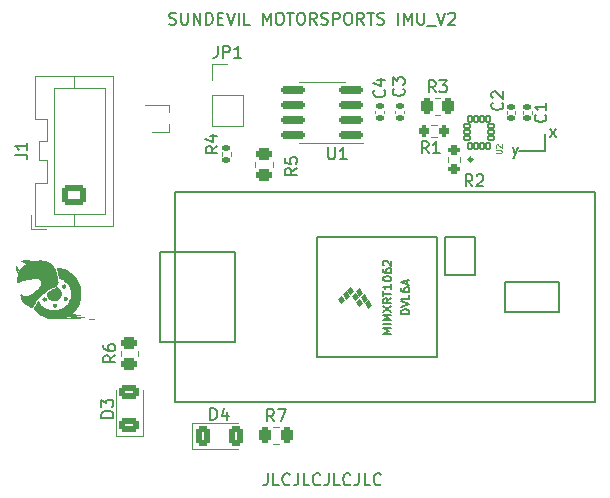
<source format=gbr>
%TF.GenerationSoftware,KiCad,Pcbnew,7.0.7*%
%TF.CreationDate,2023-11-26T17:57:00-07:00*%
%TF.ProjectId,IMUBox,494d5542-6f78-42e6-9b69-6361645f7063,v2*%
%TF.SameCoordinates,Original*%
%TF.FileFunction,Legend,Top*%
%TF.FilePolarity,Positive*%
%FSLAX46Y46*%
G04 Gerber Fmt 4.6, Leading zero omitted, Abs format (unit mm)*
G04 Created by KiCad (PCBNEW 7.0.7) date 2023-11-26 17:57:00*
%MOMM*%
%LPD*%
G01*
G04 APERTURE LIST*
G04 Aperture macros list*
%AMRoundRect*
0 Rectangle with rounded corners*
0 $1 Rounding radius*
0 $2 $3 $4 $5 $6 $7 $8 $9 X,Y pos of 4 corners*
0 Add a 4 corners polygon primitive as box body*
4,1,4,$2,$3,$4,$5,$6,$7,$8,$9,$2,$3,0*
0 Add four circle primitives for the rounded corners*
1,1,$1+$1,$2,$3*
1,1,$1+$1,$4,$5*
1,1,$1+$1,$6,$7*
1,1,$1+$1,$8,$9*
0 Add four rect primitives between the rounded corners*
20,1,$1+$1,$2,$3,$4,$5,0*
20,1,$1+$1,$4,$5,$6,$7,0*
20,1,$1+$1,$6,$7,$8,$9,0*
20,1,$1+$1,$8,$9,$2,$3,0*%
G04 Aperture macros list end*
%ADD10C,0.150000*%
%ADD11C,0.120000*%
%ADD12C,0.280494*%
%ADD13C,0.100000*%
%ADD14RoundRect,0.150000X0.825000X0.150000X-0.825000X0.150000X-0.825000X-0.150000X0.825000X-0.150000X0*%
%ADD15RoundRect,0.140000X-0.170000X0.140000X-0.170000X-0.140000X0.170000X-0.140000X0.170000X0.140000X0*%
%ADD16R,1.700000X1.700000*%
%ADD17O,1.700000X1.700000*%
%ADD18RoundRect,0.200000X0.200000X0.275000X-0.200000X0.275000X-0.200000X-0.275000X0.200000X-0.275000X0*%
%ADD19RoundRect,0.250000X-0.450000X0.262500X-0.450000X-0.262500X0.450000X-0.262500X0.450000X0.262500X0*%
%ADD20RoundRect,0.200000X-0.275000X0.200000X-0.275000X-0.200000X0.275000X-0.200000X0.275000X0.200000X0*%
%ADD21RoundRect,0.140000X0.170000X-0.140000X0.170000X0.140000X-0.170000X0.140000X-0.170000X-0.140000X0*%
%ADD22RoundRect,0.250000X0.450000X-0.262500X0.450000X0.262500X-0.450000X0.262500X-0.450000X-0.262500X0*%
%ADD23RoundRect,0.250000X-0.375000X-0.625000X0.375000X-0.625000X0.375000X0.625000X-0.375000X0.625000X0*%
%ADD24RoundRect,0.250000X0.725000X-0.600000X0.725000X0.600000X-0.725000X0.600000X-0.725000X-0.600000X0*%
%ADD25O,1.950000X1.700000*%
%ADD26RoundRect,0.102000X0.150000X-0.240000X0.150000X0.240000X-0.150000X0.240000X-0.150000X-0.240000X0*%
%ADD27RoundRect,0.102000X0.240000X-0.150000X0.240000X0.150000X-0.240000X0.150000X-0.240000X-0.150000X0*%
%ADD28RoundRect,0.102000X-0.150000X0.240000X-0.150000X-0.240000X0.150000X-0.240000X0.150000X0.240000X0*%
%ADD29RoundRect,0.102000X-0.240000X0.150000X-0.240000X-0.150000X0.240000X-0.150000X0.240000X0.150000X0*%
%ADD30RoundRect,0.250000X-0.262500X-0.450000X0.262500X-0.450000X0.262500X0.450000X-0.262500X0.450000X0*%
%ADD31C,1.600000*%
%ADD32C,3.200000*%
%ADD33R,0.700000X0.450000*%
%ADD34RoundRect,0.250000X0.625000X-0.375000X0.625000X0.375000X-0.625000X0.375000X-0.625000X-0.375000X0*%
%ADD35RoundRect,0.135000X0.185000X-0.135000X0.185000X0.135000X-0.185000X0.135000X-0.185000X-0.135000X0*%
G04 APERTURE END LIST*
D10*
X157100000Y-48600000D02*
X154900000Y-48600000D01*
X157100000Y-48600000D02*
X157100000Y-47100000D01*
X157541541Y-47369819D02*
X158065350Y-46703152D01*
X157541541Y-46703152D02*
X158065350Y-47369819D01*
X154341541Y-48203152D02*
X154579636Y-48869819D01*
X154817731Y-48203152D02*
X154579636Y-48869819D01*
X154579636Y-48869819D02*
X154484398Y-49107914D01*
X154484398Y-49107914D02*
X154436779Y-49155533D01*
X154436779Y-49155533D02*
X154341541Y-49203152D01*
X133622493Y-75869819D02*
X133622493Y-76584104D01*
X133622493Y-76584104D02*
X133574874Y-76726961D01*
X133574874Y-76726961D02*
X133479636Y-76822200D01*
X133479636Y-76822200D02*
X133336779Y-76869819D01*
X133336779Y-76869819D02*
X133241541Y-76869819D01*
X134574874Y-76869819D02*
X134098684Y-76869819D01*
X134098684Y-76869819D02*
X134098684Y-75869819D01*
X135479636Y-76774580D02*
X135432017Y-76822200D01*
X135432017Y-76822200D02*
X135289160Y-76869819D01*
X135289160Y-76869819D02*
X135193922Y-76869819D01*
X135193922Y-76869819D02*
X135051065Y-76822200D01*
X135051065Y-76822200D02*
X134955827Y-76726961D01*
X134955827Y-76726961D02*
X134908208Y-76631723D01*
X134908208Y-76631723D02*
X134860589Y-76441247D01*
X134860589Y-76441247D02*
X134860589Y-76298390D01*
X134860589Y-76298390D02*
X134908208Y-76107914D01*
X134908208Y-76107914D02*
X134955827Y-76012676D01*
X134955827Y-76012676D02*
X135051065Y-75917438D01*
X135051065Y-75917438D02*
X135193922Y-75869819D01*
X135193922Y-75869819D02*
X135289160Y-75869819D01*
X135289160Y-75869819D02*
X135432017Y-75917438D01*
X135432017Y-75917438D02*
X135479636Y-75965057D01*
X136193922Y-75869819D02*
X136193922Y-76584104D01*
X136193922Y-76584104D02*
X136146303Y-76726961D01*
X136146303Y-76726961D02*
X136051065Y-76822200D01*
X136051065Y-76822200D02*
X135908208Y-76869819D01*
X135908208Y-76869819D02*
X135812970Y-76869819D01*
X137146303Y-76869819D02*
X136670113Y-76869819D01*
X136670113Y-76869819D02*
X136670113Y-75869819D01*
X138051065Y-76774580D02*
X138003446Y-76822200D01*
X138003446Y-76822200D02*
X137860589Y-76869819D01*
X137860589Y-76869819D02*
X137765351Y-76869819D01*
X137765351Y-76869819D02*
X137622494Y-76822200D01*
X137622494Y-76822200D02*
X137527256Y-76726961D01*
X137527256Y-76726961D02*
X137479637Y-76631723D01*
X137479637Y-76631723D02*
X137432018Y-76441247D01*
X137432018Y-76441247D02*
X137432018Y-76298390D01*
X137432018Y-76298390D02*
X137479637Y-76107914D01*
X137479637Y-76107914D02*
X137527256Y-76012676D01*
X137527256Y-76012676D02*
X137622494Y-75917438D01*
X137622494Y-75917438D02*
X137765351Y-75869819D01*
X137765351Y-75869819D02*
X137860589Y-75869819D01*
X137860589Y-75869819D02*
X138003446Y-75917438D01*
X138003446Y-75917438D02*
X138051065Y-75965057D01*
X138765351Y-75869819D02*
X138765351Y-76584104D01*
X138765351Y-76584104D02*
X138717732Y-76726961D01*
X138717732Y-76726961D02*
X138622494Y-76822200D01*
X138622494Y-76822200D02*
X138479637Y-76869819D01*
X138479637Y-76869819D02*
X138384399Y-76869819D01*
X139717732Y-76869819D02*
X139241542Y-76869819D01*
X139241542Y-76869819D02*
X139241542Y-75869819D01*
X140622494Y-76774580D02*
X140574875Y-76822200D01*
X140574875Y-76822200D02*
X140432018Y-76869819D01*
X140432018Y-76869819D02*
X140336780Y-76869819D01*
X140336780Y-76869819D02*
X140193923Y-76822200D01*
X140193923Y-76822200D02*
X140098685Y-76726961D01*
X140098685Y-76726961D02*
X140051066Y-76631723D01*
X140051066Y-76631723D02*
X140003447Y-76441247D01*
X140003447Y-76441247D02*
X140003447Y-76298390D01*
X140003447Y-76298390D02*
X140051066Y-76107914D01*
X140051066Y-76107914D02*
X140098685Y-76012676D01*
X140098685Y-76012676D02*
X140193923Y-75917438D01*
X140193923Y-75917438D02*
X140336780Y-75869819D01*
X140336780Y-75869819D02*
X140432018Y-75869819D01*
X140432018Y-75869819D02*
X140574875Y-75917438D01*
X140574875Y-75917438D02*
X140622494Y-75965057D01*
X141336780Y-75869819D02*
X141336780Y-76584104D01*
X141336780Y-76584104D02*
X141289161Y-76726961D01*
X141289161Y-76726961D02*
X141193923Y-76822200D01*
X141193923Y-76822200D02*
X141051066Y-76869819D01*
X141051066Y-76869819D02*
X140955828Y-76869819D01*
X142289161Y-76869819D02*
X141812971Y-76869819D01*
X141812971Y-76869819D02*
X141812971Y-75869819D01*
X143193923Y-76774580D02*
X143146304Y-76822200D01*
X143146304Y-76822200D02*
X143003447Y-76869819D01*
X143003447Y-76869819D02*
X142908209Y-76869819D01*
X142908209Y-76869819D02*
X142765352Y-76822200D01*
X142765352Y-76822200D02*
X142670114Y-76726961D01*
X142670114Y-76726961D02*
X142622495Y-76631723D01*
X142622495Y-76631723D02*
X142574876Y-76441247D01*
X142574876Y-76441247D02*
X142574876Y-76298390D01*
X142574876Y-76298390D02*
X142622495Y-76107914D01*
X142622495Y-76107914D02*
X142670114Y-76012676D01*
X142670114Y-76012676D02*
X142765352Y-75917438D01*
X142765352Y-75917438D02*
X142908209Y-75869819D01*
X142908209Y-75869819D02*
X143003447Y-75869819D01*
X143003447Y-75869819D02*
X143146304Y-75917438D01*
X143146304Y-75917438D02*
X143193923Y-75965057D01*
X125289160Y-37822200D02*
X125432017Y-37869819D01*
X125432017Y-37869819D02*
X125670112Y-37869819D01*
X125670112Y-37869819D02*
X125765350Y-37822200D01*
X125765350Y-37822200D02*
X125812969Y-37774580D01*
X125812969Y-37774580D02*
X125860588Y-37679342D01*
X125860588Y-37679342D02*
X125860588Y-37584104D01*
X125860588Y-37584104D02*
X125812969Y-37488866D01*
X125812969Y-37488866D02*
X125765350Y-37441247D01*
X125765350Y-37441247D02*
X125670112Y-37393628D01*
X125670112Y-37393628D02*
X125479636Y-37346009D01*
X125479636Y-37346009D02*
X125384398Y-37298390D01*
X125384398Y-37298390D02*
X125336779Y-37250771D01*
X125336779Y-37250771D02*
X125289160Y-37155533D01*
X125289160Y-37155533D02*
X125289160Y-37060295D01*
X125289160Y-37060295D02*
X125336779Y-36965057D01*
X125336779Y-36965057D02*
X125384398Y-36917438D01*
X125384398Y-36917438D02*
X125479636Y-36869819D01*
X125479636Y-36869819D02*
X125717731Y-36869819D01*
X125717731Y-36869819D02*
X125860588Y-36917438D01*
X126289160Y-36869819D02*
X126289160Y-37679342D01*
X126289160Y-37679342D02*
X126336779Y-37774580D01*
X126336779Y-37774580D02*
X126384398Y-37822200D01*
X126384398Y-37822200D02*
X126479636Y-37869819D01*
X126479636Y-37869819D02*
X126670112Y-37869819D01*
X126670112Y-37869819D02*
X126765350Y-37822200D01*
X126765350Y-37822200D02*
X126812969Y-37774580D01*
X126812969Y-37774580D02*
X126860588Y-37679342D01*
X126860588Y-37679342D02*
X126860588Y-36869819D01*
X127336779Y-37869819D02*
X127336779Y-36869819D01*
X127336779Y-36869819D02*
X127908207Y-37869819D01*
X127908207Y-37869819D02*
X127908207Y-36869819D01*
X128384398Y-37869819D02*
X128384398Y-36869819D01*
X128384398Y-36869819D02*
X128622493Y-36869819D01*
X128622493Y-36869819D02*
X128765350Y-36917438D01*
X128765350Y-36917438D02*
X128860588Y-37012676D01*
X128860588Y-37012676D02*
X128908207Y-37107914D01*
X128908207Y-37107914D02*
X128955826Y-37298390D01*
X128955826Y-37298390D02*
X128955826Y-37441247D01*
X128955826Y-37441247D02*
X128908207Y-37631723D01*
X128908207Y-37631723D02*
X128860588Y-37726961D01*
X128860588Y-37726961D02*
X128765350Y-37822200D01*
X128765350Y-37822200D02*
X128622493Y-37869819D01*
X128622493Y-37869819D02*
X128384398Y-37869819D01*
X129384398Y-37346009D02*
X129717731Y-37346009D01*
X129860588Y-37869819D02*
X129384398Y-37869819D01*
X129384398Y-37869819D02*
X129384398Y-36869819D01*
X129384398Y-36869819D02*
X129860588Y-36869819D01*
X130146303Y-36869819D02*
X130479636Y-37869819D01*
X130479636Y-37869819D02*
X130812969Y-36869819D01*
X131146303Y-37869819D02*
X131146303Y-36869819D01*
X132098683Y-37869819D02*
X131622493Y-37869819D01*
X131622493Y-37869819D02*
X131622493Y-36869819D01*
X133193922Y-37869819D02*
X133193922Y-36869819D01*
X133193922Y-36869819D02*
X133527255Y-37584104D01*
X133527255Y-37584104D02*
X133860588Y-36869819D01*
X133860588Y-36869819D02*
X133860588Y-37869819D01*
X134527255Y-36869819D02*
X134717731Y-36869819D01*
X134717731Y-36869819D02*
X134812969Y-36917438D01*
X134812969Y-36917438D02*
X134908207Y-37012676D01*
X134908207Y-37012676D02*
X134955826Y-37203152D01*
X134955826Y-37203152D02*
X134955826Y-37536485D01*
X134955826Y-37536485D02*
X134908207Y-37726961D01*
X134908207Y-37726961D02*
X134812969Y-37822200D01*
X134812969Y-37822200D02*
X134717731Y-37869819D01*
X134717731Y-37869819D02*
X134527255Y-37869819D01*
X134527255Y-37869819D02*
X134432017Y-37822200D01*
X134432017Y-37822200D02*
X134336779Y-37726961D01*
X134336779Y-37726961D02*
X134289160Y-37536485D01*
X134289160Y-37536485D02*
X134289160Y-37203152D01*
X134289160Y-37203152D02*
X134336779Y-37012676D01*
X134336779Y-37012676D02*
X134432017Y-36917438D01*
X134432017Y-36917438D02*
X134527255Y-36869819D01*
X135241541Y-36869819D02*
X135812969Y-36869819D01*
X135527255Y-37869819D02*
X135527255Y-36869819D01*
X136336779Y-36869819D02*
X136527255Y-36869819D01*
X136527255Y-36869819D02*
X136622493Y-36917438D01*
X136622493Y-36917438D02*
X136717731Y-37012676D01*
X136717731Y-37012676D02*
X136765350Y-37203152D01*
X136765350Y-37203152D02*
X136765350Y-37536485D01*
X136765350Y-37536485D02*
X136717731Y-37726961D01*
X136717731Y-37726961D02*
X136622493Y-37822200D01*
X136622493Y-37822200D02*
X136527255Y-37869819D01*
X136527255Y-37869819D02*
X136336779Y-37869819D01*
X136336779Y-37869819D02*
X136241541Y-37822200D01*
X136241541Y-37822200D02*
X136146303Y-37726961D01*
X136146303Y-37726961D02*
X136098684Y-37536485D01*
X136098684Y-37536485D02*
X136098684Y-37203152D01*
X136098684Y-37203152D02*
X136146303Y-37012676D01*
X136146303Y-37012676D02*
X136241541Y-36917438D01*
X136241541Y-36917438D02*
X136336779Y-36869819D01*
X137765350Y-37869819D02*
X137432017Y-37393628D01*
X137193922Y-37869819D02*
X137193922Y-36869819D01*
X137193922Y-36869819D02*
X137574874Y-36869819D01*
X137574874Y-36869819D02*
X137670112Y-36917438D01*
X137670112Y-36917438D02*
X137717731Y-36965057D01*
X137717731Y-36965057D02*
X137765350Y-37060295D01*
X137765350Y-37060295D02*
X137765350Y-37203152D01*
X137765350Y-37203152D02*
X137717731Y-37298390D01*
X137717731Y-37298390D02*
X137670112Y-37346009D01*
X137670112Y-37346009D02*
X137574874Y-37393628D01*
X137574874Y-37393628D02*
X137193922Y-37393628D01*
X138146303Y-37822200D02*
X138289160Y-37869819D01*
X138289160Y-37869819D02*
X138527255Y-37869819D01*
X138527255Y-37869819D02*
X138622493Y-37822200D01*
X138622493Y-37822200D02*
X138670112Y-37774580D01*
X138670112Y-37774580D02*
X138717731Y-37679342D01*
X138717731Y-37679342D02*
X138717731Y-37584104D01*
X138717731Y-37584104D02*
X138670112Y-37488866D01*
X138670112Y-37488866D02*
X138622493Y-37441247D01*
X138622493Y-37441247D02*
X138527255Y-37393628D01*
X138527255Y-37393628D02*
X138336779Y-37346009D01*
X138336779Y-37346009D02*
X138241541Y-37298390D01*
X138241541Y-37298390D02*
X138193922Y-37250771D01*
X138193922Y-37250771D02*
X138146303Y-37155533D01*
X138146303Y-37155533D02*
X138146303Y-37060295D01*
X138146303Y-37060295D02*
X138193922Y-36965057D01*
X138193922Y-36965057D02*
X138241541Y-36917438D01*
X138241541Y-36917438D02*
X138336779Y-36869819D01*
X138336779Y-36869819D02*
X138574874Y-36869819D01*
X138574874Y-36869819D02*
X138717731Y-36917438D01*
X139146303Y-37869819D02*
X139146303Y-36869819D01*
X139146303Y-36869819D02*
X139527255Y-36869819D01*
X139527255Y-36869819D02*
X139622493Y-36917438D01*
X139622493Y-36917438D02*
X139670112Y-36965057D01*
X139670112Y-36965057D02*
X139717731Y-37060295D01*
X139717731Y-37060295D02*
X139717731Y-37203152D01*
X139717731Y-37203152D02*
X139670112Y-37298390D01*
X139670112Y-37298390D02*
X139622493Y-37346009D01*
X139622493Y-37346009D02*
X139527255Y-37393628D01*
X139527255Y-37393628D02*
X139146303Y-37393628D01*
X140336779Y-36869819D02*
X140527255Y-36869819D01*
X140527255Y-36869819D02*
X140622493Y-36917438D01*
X140622493Y-36917438D02*
X140717731Y-37012676D01*
X140717731Y-37012676D02*
X140765350Y-37203152D01*
X140765350Y-37203152D02*
X140765350Y-37536485D01*
X140765350Y-37536485D02*
X140717731Y-37726961D01*
X140717731Y-37726961D02*
X140622493Y-37822200D01*
X140622493Y-37822200D02*
X140527255Y-37869819D01*
X140527255Y-37869819D02*
X140336779Y-37869819D01*
X140336779Y-37869819D02*
X140241541Y-37822200D01*
X140241541Y-37822200D02*
X140146303Y-37726961D01*
X140146303Y-37726961D02*
X140098684Y-37536485D01*
X140098684Y-37536485D02*
X140098684Y-37203152D01*
X140098684Y-37203152D02*
X140146303Y-37012676D01*
X140146303Y-37012676D02*
X140241541Y-36917438D01*
X140241541Y-36917438D02*
X140336779Y-36869819D01*
X141765350Y-37869819D02*
X141432017Y-37393628D01*
X141193922Y-37869819D02*
X141193922Y-36869819D01*
X141193922Y-36869819D02*
X141574874Y-36869819D01*
X141574874Y-36869819D02*
X141670112Y-36917438D01*
X141670112Y-36917438D02*
X141717731Y-36965057D01*
X141717731Y-36965057D02*
X141765350Y-37060295D01*
X141765350Y-37060295D02*
X141765350Y-37203152D01*
X141765350Y-37203152D02*
X141717731Y-37298390D01*
X141717731Y-37298390D02*
X141670112Y-37346009D01*
X141670112Y-37346009D02*
X141574874Y-37393628D01*
X141574874Y-37393628D02*
X141193922Y-37393628D01*
X142051065Y-36869819D02*
X142622493Y-36869819D01*
X142336779Y-37869819D02*
X142336779Y-36869819D01*
X142908208Y-37822200D02*
X143051065Y-37869819D01*
X143051065Y-37869819D02*
X143289160Y-37869819D01*
X143289160Y-37869819D02*
X143384398Y-37822200D01*
X143384398Y-37822200D02*
X143432017Y-37774580D01*
X143432017Y-37774580D02*
X143479636Y-37679342D01*
X143479636Y-37679342D02*
X143479636Y-37584104D01*
X143479636Y-37584104D02*
X143432017Y-37488866D01*
X143432017Y-37488866D02*
X143384398Y-37441247D01*
X143384398Y-37441247D02*
X143289160Y-37393628D01*
X143289160Y-37393628D02*
X143098684Y-37346009D01*
X143098684Y-37346009D02*
X143003446Y-37298390D01*
X143003446Y-37298390D02*
X142955827Y-37250771D01*
X142955827Y-37250771D02*
X142908208Y-37155533D01*
X142908208Y-37155533D02*
X142908208Y-37060295D01*
X142908208Y-37060295D02*
X142955827Y-36965057D01*
X142955827Y-36965057D02*
X143003446Y-36917438D01*
X143003446Y-36917438D02*
X143098684Y-36869819D01*
X143098684Y-36869819D02*
X143336779Y-36869819D01*
X143336779Y-36869819D02*
X143479636Y-36917438D01*
X144670113Y-37869819D02*
X144670113Y-36869819D01*
X145146303Y-37869819D02*
X145146303Y-36869819D01*
X145146303Y-36869819D02*
X145479636Y-37584104D01*
X145479636Y-37584104D02*
X145812969Y-36869819D01*
X145812969Y-36869819D02*
X145812969Y-37869819D01*
X146289160Y-36869819D02*
X146289160Y-37679342D01*
X146289160Y-37679342D02*
X146336779Y-37774580D01*
X146336779Y-37774580D02*
X146384398Y-37822200D01*
X146384398Y-37822200D02*
X146479636Y-37869819D01*
X146479636Y-37869819D02*
X146670112Y-37869819D01*
X146670112Y-37869819D02*
X146765350Y-37822200D01*
X146765350Y-37822200D02*
X146812969Y-37774580D01*
X146812969Y-37774580D02*
X146860588Y-37679342D01*
X146860588Y-37679342D02*
X146860588Y-36869819D01*
X147098684Y-37965057D02*
X147860588Y-37965057D01*
X147955827Y-36869819D02*
X148289160Y-37869819D01*
X148289160Y-37869819D02*
X148622493Y-36869819D01*
X148908208Y-36965057D02*
X148955827Y-36917438D01*
X148955827Y-36917438D02*
X149051065Y-36869819D01*
X149051065Y-36869819D02*
X149289160Y-36869819D01*
X149289160Y-36869819D02*
X149384398Y-36917438D01*
X149384398Y-36917438D02*
X149432017Y-36965057D01*
X149432017Y-36965057D02*
X149479636Y-37060295D01*
X149479636Y-37060295D02*
X149479636Y-37155533D01*
X149479636Y-37155533D02*
X149432017Y-37298390D01*
X149432017Y-37298390D02*
X148860589Y-37869819D01*
X148860589Y-37869819D02*
X149479636Y-37869819D01*
X138738095Y-48254819D02*
X138738095Y-49064342D01*
X138738095Y-49064342D02*
X138785714Y-49159580D01*
X138785714Y-49159580D02*
X138833333Y-49207200D01*
X138833333Y-49207200D02*
X138928571Y-49254819D01*
X138928571Y-49254819D02*
X139119047Y-49254819D01*
X139119047Y-49254819D02*
X139214285Y-49207200D01*
X139214285Y-49207200D02*
X139261904Y-49159580D01*
X139261904Y-49159580D02*
X139309523Y-49064342D01*
X139309523Y-49064342D02*
X139309523Y-48254819D01*
X140309523Y-49254819D02*
X139738095Y-49254819D01*
X140023809Y-49254819D02*
X140023809Y-48254819D01*
X140023809Y-48254819D02*
X139928571Y-48397676D01*
X139928571Y-48397676D02*
X139833333Y-48492914D01*
X139833333Y-48492914D02*
X139738095Y-48540533D01*
X157113330Y-45480416D02*
X157160950Y-45528035D01*
X157160950Y-45528035D02*
X157208569Y-45670892D01*
X157208569Y-45670892D02*
X157208569Y-45766130D01*
X157208569Y-45766130D02*
X157160950Y-45908987D01*
X157160950Y-45908987D02*
X157065711Y-46004225D01*
X157065711Y-46004225D02*
X156970473Y-46051844D01*
X156970473Y-46051844D02*
X156779997Y-46099463D01*
X156779997Y-46099463D02*
X156637140Y-46099463D01*
X156637140Y-46099463D02*
X156446664Y-46051844D01*
X156446664Y-46051844D02*
X156351426Y-46004225D01*
X156351426Y-46004225D02*
X156256188Y-45908987D01*
X156256188Y-45908987D02*
X156208569Y-45766130D01*
X156208569Y-45766130D02*
X156208569Y-45670892D01*
X156208569Y-45670892D02*
X156256188Y-45528035D01*
X156256188Y-45528035D02*
X156303807Y-45480416D01*
X157208569Y-44528035D02*
X157208569Y-45099463D01*
X157208569Y-44813749D02*
X156208569Y-44813749D01*
X156208569Y-44813749D02*
X156351426Y-44908987D01*
X156351426Y-44908987D02*
X156446664Y-45004225D01*
X156446664Y-45004225D02*
X156494283Y-45099463D01*
X129366666Y-39684819D02*
X129366666Y-40399104D01*
X129366666Y-40399104D02*
X129319047Y-40541961D01*
X129319047Y-40541961D02*
X129223809Y-40637200D01*
X129223809Y-40637200D02*
X129080952Y-40684819D01*
X129080952Y-40684819D02*
X128985714Y-40684819D01*
X129842857Y-40684819D02*
X129842857Y-39684819D01*
X129842857Y-39684819D02*
X130223809Y-39684819D01*
X130223809Y-39684819D02*
X130319047Y-39732438D01*
X130319047Y-39732438D02*
X130366666Y-39780057D01*
X130366666Y-39780057D02*
X130414285Y-39875295D01*
X130414285Y-39875295D02*
X130414285Y-40018152D01*
X130414285Y-40018152D02*
X130366666Y-40113390D01*
X130366666Y-40113390D02*
X130319047Y-40161009D01*
X130319047Y-40161009D02*
X130223809Y-40208628D01*
X130223809Y-40208628D02*
X129842857Y-40208628D01*
X131366666Y-40684819D02*
X130795238Y-40684819D01*
X131080952Y-40684819D02*
X131080952Y-39684819D01*
X131080952Y-39684819D02*
X130985714Y-39827676D01*
X130985714Y-39827676D02*
X130890476Y-39922914D01*
X130890476Y-39922914D02*
X130795238Y-39970533D01*
X147233333Y-48754819D02*
X146900000Y-48278628D01*
X146661905Y-48754819D02*
X146661905Y-47754819D01*
X146661905Y-47754819D02*
X147042857Y-47754819D01*
X147042857Y-47754819D02*
X147138095Y-47802438D01*
X147138095Y-47802438D02*
X147185714Y-47850057D01*
X147185714Y-47850057D02*
X147233333Y-47945295D01*
X147233333Y-47945295D02*
X147233333Y-48088152D01*
X147233333Y-48088152D02*
X147185714Y-48183390D01*
X147185714Y-48183390D02*
X147138095Y-48231009D01*
X147138095Y-48231009D02*
X147042857Y-48278628D01*
X147042857Y-48278628D02*
X146661905Y-48278628D01*
X148185714Y-48754819D02*
X147614286Y-48754819D01*
X147900000Y-48754819D02*
X147900000Y-47754819D01*
X147900000Y-47754819D02*
X147804762Y-47897676D01*
X147804762Y-47897676D02*
X147709524Y-47992914D01*
X147709524Y-47992914D02*
X147614286Y-48040533D01*
X136084819Y-50026666D02*
X135608628Y-50359999D01*
X136084819Y-50598094D02*
X135084819Y-50598094D01*
X135084819Y-50598094D02*
X135084819Y-50217142D01*
X135084819Y-50217142D02*
X135132438Y-50121904D01*
X135132438Y-50121904D02*
X135180057Y-50074285D01*
X135180057Y-50074285D02*
X135275295Y-50026666D01*
X135275295Y-50026666D02*
X135418152Y-50026666D01*
X135418152Y-50026666D02*
X135513390Y-50074285D01*
X135513390Y-50074285D02*
X135561009Y-50121904D01*
X135561009Y-50121904D02*
X135608628Y-50217142D01*
X135608628Y-50217142D02*
X135608628Y-50598094D01*
X135084819Y-49121904D02*
X135084819Y-49598094D01*
X135084819Y-49598094D02*
X135561009Y-49645713D01*
X135561009Y-49645713D02*
X135513390Y-49598094D01*
X135513390Y-49598094D02*
X135465771Y-49502856D01*
X135465771Y-49502856D02*
X135465771Y-49264761D01*
X135465771Y-49264761D02*
X135513390Y-49169523D01*
X135513390Y-49169523D02*
X135561009Y-49121904D01*
X135561009Y-49121904D02*
X135656247Y-49074285D01*
X135656247Y-49074285D02*
X135894342Y-49074285D01*
X135894342Y-49074285D02*
X135989580Y-49121904D01*
X135989580Y-49121904D02*
X136037200Y-49169523D01*
X136037200Y-49169523D02*
X136084819Y-49264761D01*
X136084819Y-49264761D02*
X136084819Y-49502856D01*
X136084819Y-49502856D02*
X136037200Y-49598094D01*
X136037200Y-49598094D02*
X135989580Y-49645713D01*
X143473330Y-43410416D02*
X143520950Y-43458035D01*
X143520950Y-43458035D02*
X143568569Y-43600892D01*
X143568569Y-43600892D02*
X143568569Y-43696130D01*
X143568569Y-43696130D02*
X143520950Y-43838987D01*
X143520950Y-43838987D02*
X143425711Y-43934225D01*
X143425711Y-43934225D02*
X143330473Y-43981844D01*
X143330473Y-43981844D02*
X143139997Y-44029463D01*
X143139997Y-44029463D02*
X142997140Y-44029463D01*
X142997140Y-44029463D02*
X142806664Y-43981844D01*
X142806664Y-43981844D02*
X142711426Y-43934225D01*
X142711426Y-43934225D02*
X142616188Y-43838987D01*
X142616188Y-43838987D02*
X142568569Y-43696130D01*
X142568569Y-43696130D02*
X142568569Y-43600892D01*
X142568569Y-43600892D02*
X142616188Y-43458035D01*
X142616188Y-43458035D02*
X142663807Y-43410416D01*
X142901902Y-42553273D02*
X143568569Y-42553273D01*
X142520950Y-42791368D02*
X143235235Y-43029463D01*
X143235235Y-43029463D02*
X143235235Y-42410416D01*
X150933333Y-51554819D02*
X150600000Y-51078628D01*
X150361905Y-51554819D02*
X150361905Y-50554819D01*
X150361905Y-50554819D02*
X150742857Y-50554819D01*
X150742857Y-50554819D02*
X150838095Y-50602438D01*
X150838095Y-50602438D02*
X150885714Y-50650057D01*
X150885714Y-50650057D02*
X150933333Y-50745295D01*
X150933333Y-50745295D02*
X150933333Y-50888152D01*
X150933333Y-50888152D02*
X150885714Y-50983390D01*
X150885714Y-50983390D02*
X150838095Y-51031009D01*
X150838095Y-51031009D02*
X150742857Y-51078628D01*
X150742857Y-51078628D02*
X150361905Y-51078628D01*
X151314286Y-50650057D02*
X151361905Y-50602438D01*
X151361905Y-50602438D02*
X151457143Y-50554819D01*
X151457143Y-50554819D02*
X151695238Y-50554819D01*
X151695238Y-50554819D02*
X151790476Y-50602438D01*
X151790476Y-50602438D02*
X151838095Y-50650057D01*
X151838095Y-50650057D02*
X151885714Y-50745295D01*
X151885714Y-50745295D02*
X151885714Y-50840533D01*
X151885714Y-50840533D02*
X151838095Y-50983390D01*
X151838095Y-50983390D02*
X151266667Y-51554819D01*
X151266667Y-51554819D02*
X151885714Y-51554819D01*
X153459580Y-44466666D02*
X153507200Y-44514285D01*
X153507200Y-44514285D02*
X153554819Y-44657142D01*
X153554819Y-44657142D02*
X153554819Y-44752380D01*
X153554819Y-44752380D02*
X153507200Y-44895237D01*
X153507200Y-44895237D02*
X153411961Y-44990475D01*
X153411961Y-44990475D02*
X153316723Y-45038094D01*
X153316723Y-45038094D02*
X153126247Y-45085713D01*
X153126247Y-45085713D02*
X152983390Y-45085713D01*
X152983390Y-45085713D02*
X152792914Y-45038094D01*
X152792914Y-45038094D02*
X152697676Y-44990475D01*
X152697676Y-44990475D02*
X152602438Y-44895237D01*
X152602438Y-44895237D02*
X152554819Y-44752380D01*
X152554819Y-44752380D02*
X152554819Y-44657142D01*
X152554819Y-44657142D02*
X152602438Y-44514285D01*
X152602438Y-44514285D02*
X152650057Y-44466666D01*
X152650057Y-44085713D02*
X152602438Y-44038094D01*
X152602438Y-44038094D02*
X152554819Y-43942856D01*
X152554819Y-43942856D02*
X152554819Y-43704761D01*
X152554819Y-43704761D02*
X152602438Y-43609523D01*
X152602438Y-43609523D02*
X152650057Y-43561904D01*
X152650057Y-43561904D02*
X152745295Y-43514285D01*
X152745295Y-43514285D02*
X152840533Y-43514285D01*
X152840533Y-43514285D02*
X152983390Y-43561904D01*
X152983390Y-43561904D02*
X153554819Y-44133332D01*
X153554819Y-44133332D02*
X153554819Y-43514285D01*
X120704819Y-65866666D02*
X120228628Y-66199999D01*
X120704819Y-66438094D02*
X119704819Y-66438094D01*
X119704819Y-66438094D02*
X119704819Y-66057142D01*
X119704819Y-66057142D02*
X119752438Y-65961904D01*
X119752438Y-65961904D02*
X119800057Y-65914285D01*
X119800057Y-65914285D02*
X119895295Y-65866666D01*
X119895295Y-65866666D02*
X120038152Y-65866666D01*
X120038152Y-65866666D02*
X120133390Y-65914285D01*
X120133390Y-65914285D02*
X120181009Y-65961904D01*
X120181009Y-65961904D02*
X120228628Y-66057142D01*
X120228628Y-66057142D02*
X120228628Y-66438094D01*
X119704819Y-65009523D02*
X119704819Y-65199999D01*
X119704819Y-65199999D02*
X119752438Y-65295237D01*
X119752438Y-65295237D02*
X119800057Y-65342856D01*
X119800057Y-65342856D02*
X119942914Y-65438094D01*
X119942914Y-65438094D02*
X120133390Y-65485713D01*
X120133390Y-65485713D02*
X120514342Y-65485713D01*
X120514342Y-65485713D02*
X120609580Y-65438094D01*
X120609580Y-65438094D02*
X120657200Y-65390475D01*
X120657200Y-65390475D02*
X120704819Y-65295237D01*
X120704819Y-65295237D02*
X120704819Y-65104761D01*
X120704819Y-65104761D02*
X120657200Y-65009523D01*
X120657200Y-65009523D02*
X120609580Y-64961904D01*
X120609580Y-64961904D02*
X120514342Y-64914285D01*
X120514342Y-64914285D02*
X120276247Y-64914285D01*
X120276247Y-64914285D02*
X120181009Y-64961904D01*
X120181009Y-64961904D02*
X120133390Y-65009523D01*
X120133390Y-65009523D02*
X120085771Y-65104761D01*
X120085771Y-65104761D02*
X120085771Y-65295237D01*
X120085771Y-65295237D02*
X120133390Y-65390475D01*
X120133390Y-65390475D02*
X120181009Y-65438094D01*
X120181009Y-65438094D02*
X120276247Y-65485713D01*
X145103330Y-43290416D02*
X145150950Y-43338035D01*
X145150950Y-43338035D02*
X145198569Y-43480892D01*
X145198569Y-43480892D02*
X145198569Y-43576130D01*
X145198569Y-43576130D02*
X145150950Y-43718987D01*
X145150950Y-43718987D02*
X145055711Y-43814225D01*
X145055711Y-43814225D02*
X144960473Y-43861844D01*
X144960473Y-43861844D02*
X144769997Y-43909463D01*
X144769997Y-43909463D02*
X144627140Y-43909463D01*
X144627140Y-43909463D02*
X144436664Y-43861844D01*
X144436664Y-43861844D02*
X144341426Y-43814225D01*
X144341426Y-43814225D02*
X144246188Y-43718987D01*
X144246188Y-43718987D02*
X144198569Y-43576130D01*
X144198569Y-43576130D02*
X144198569Y-43480892D01*
X144198569Y-43480892D02*
X144246188Y-43338035D01*
X144246188Y-43338035D02*
X144293807Y-43290416D01*
X144198569Y-42957082D02*
X144198569Y-42338035D01*
X144198569Y-42338035D02*
X144579521Y-42671368D01*
X144579521Y-42671368D02*
X144579521Y-42528511D01*
X144579521Y-42528511D02*
X144627140Y-42433273D01*
X144627140Y-42433273D02*
X144674759Y-42385654D01*
X144674759Y-42385654D02*
X144769997Y-42338035D01*
X144769997Y-42338035D02*
X145008092Y-42338035D01*
X145008092Y-42338035D02*
X145103330Y-42385654D01*
X145103330Y-42385654D02*
X145150950Y-42433273D01*
X145150950Y-42433273D02*
X145198569Y-42528511D01*
X145198569Y-42528511D02*
X145198569Y-42814225D01*
X145198569Y-42814225D02*
X145150950Y-42909463D01*
X145150950Y-42909463D02*
X145103330Y-42957082D01*
X128761905Y-71334819D02*
X128761905Y-70334819D01*
X128761905Y-70334819D02*
X129000000Y-70334819D01*
X129000000Y-70334819D02*
X129142857Y-70382438D01*
X129142857Y-70382438D02*
X129238095Y-70477676D01*
X129238095Y-70477676D02*
X129285714Y-70572914D01*
X129285714Y-70572914D02*
X129333333Y-70763390D01*
X129333333Y-70763390D02*
X129333333Y-70906247D01*
X129333333Y-70906247D02*
X129285714Y-71096723D01*
X129285714Y-71096723D02*
X129238095Y-71191961D01*
X129238095Y-71191961D02*
X129142857Y-71287200D01*
X129142857Y-71287200D02*
X129000000Y-71334819D01*
X129000000Y-71334819D02*
X128761905Y-71334819D01*
X130190476Y-70668152D02*
X130190476Y-71334819D01*
X129952381Y-70287200D02*
X129714286Y-71001485D01*
X129714286Y-71001485D02*
X130333333Y-71001485D01*
X112254819Y-48883333D02*
X112969104Y-48883333D01*
X112969104Y-48883333D02*
X113111961Y-48930952D01*
X113111961Y-48930952D02*
X113207200Y-49026190D01*
X113207200Y-49026190D02*
X113254819Y-49169047D01*
X113254819Y-49169047D02*
X113254819Y-49264285D01*
X113254819Y-47883333D02*
X113254819Y-48454761D01*
X113254819Y-48169047D02*
X112254819Y-48169047D01*
X112254819Y-48169047D02*
X112397676Y-48264285D01*
X112397676Y-48264285D02*
X112492914Y-48359523D01*
X112492914Y-48359523D02*
X112540533Y-48454761D01*
D11*
X152935817Y-48765714D02*
X153324388Y-48765714D01*
X153324388Y-48765714D02*
X153370102Y-48742857D01*
X153370102Y-48742857D02*
X153392960Y-48720000D01*
X153392960Y-48720000D02*
X153415817Y-48674285D01*
X153415817Y-48674285D02*
X153415817Y-48582857D01*
X153415817Y-48582857D02*
X153392960Y-48537142D01*
X153392960Y-48537142D02*
X153370102Y-48514285D01*
X153370102Y-48514285D02*
X153324388Y-48491428D01*
X153324388Y-48491428D02*
X152935817Y-48491428D01*
X152981531Y-48285714D02*
X152958674Y-48262857D01*
X152958674Y-48262857D02*
X152935817Y-48217143D01*
X152935817Y-48217143D02*
X152935817Y-48102857D01*
X152935817Y-48102857D02*
X152958674Y-48057143D01*
X152958674Y-48057143D02*
X152981531Y-48034285D01*
X152981531Y-48034285D02*
X153027245Y-48011428D01*
X153027245Y-48011428D02*
X153072960Y-48011428D01*
X153072960Y-48011428D02*
X153141531Y-48034285D01*
X153141531Y-48034285D02*
X153415817Y-48308571D01*
X153415817Y-48308571D02*
X153415817Y-48011428D01*
D10*
X147827083Y-43598569D02*
X147493750Y-43122378D01*
X147255655Y-43598569D02*
X147255655Y-42598569D01*
X147255655Y-42598569D02*
X147636607Y-42598569D01*
X147636607Y-42598569D02*
X147731845Y-42646188D01*
X147731845Y-42646188D02*
X147779464Y-42693807D01*
X147779464Y-42693807D02*
X147827083Y-42789045D01*
X147827083Y-42789045D02*
X147827083Y-42931902D01*
X147827083Y-42931902D02*
X147779464Y-43027140D01*
X147779464Y-43027140D02*
X147731845Y-43074759D01*
X147731845Y-43074759D02*
X147636607Y-43122378D01*
X147636607Y-43122378D02*
X147255655Y-43122378D01*
X148160417Y-42598569D02*
X148779464Y-42598569D01*
X148779464Y-42598569D02*
X148446131Y-42979521D01*
X148446131Y-42979521D02*
X148588988Y-42979521D01*
X148588988Y-42979521D02*
X148684226Y-43027140D01*
X148684226Y-43027140D02*
X148731845Y-43074759D01*
X148731845Y-43074759D02*
X148779464Y-43169997D01*
X148779464Y-43169997D02*
X148779464Y-43408092D01*
X148779464Y-43408092D02*
X148731845Y-43503330D01*
X148731845Y-43503330D02*
X148684226Y-43550950D01*
X148684226Y-43550950D02*
X148588988Y-43598569D01*
X148588988Y-43598569D02*
X148303274Y-43598569D01*
X148303274Y-43598569D02*
X148208036Y-43550950D01*
X148208036Y-43550950D02*
X148160417Y-43503330D01*
X144080033Y-64043333D02*
X143380033Y-64043333D01*
X143380033Y-64043333D02*
X143880033Y-63810000D01*
X143880033Y-63810000D02*
X143380033Y-63576666D01*
X143380033Y-63576666D02*
X144080033Y-63576666D01*
X144080033Y-63243333D02*
X143380033Y-63243333D01*
X144080033Y-62910000D02*
X143380033Y-62910000D01*
X143380033Y-62910000D02*
X143880033Y-62676667D01*
X143880033Y-62676667D02*
X143380033Y-62443333D01*
X143380033Y-62443333D02*
X144080033Y-62443333D01*
X143380033Y-62176667D02*
X144080033Y-61710000D01*
X143380033Y-61710000D02*
X144080033Y-62176667D01*
X144080033Y-61043333D02*
X143746700Y-61276666D01*
X144080033Y-61443333D02*
X143380033Y-61443333D01*
X143380033Y-61443333D02*
X143380033Y-61176666D01*
X143380033Y-61176666D02*
X143413366Y-61110000D01*
X143413366Y-61110000D02*
X143446700Y-61076666D01*
X143446700Y-61076666D02*
X143513366Y-61043333D01*
X143513366Y-61043333D02*
X143613366Y-61043333D01*
X143613366Y-61043333D02*
X143680033Y-61076666D01*
X143680033Y-61076666D02*
X143713366Y-61110000D01*
X143713366Y-61110000D02*
X143746700Y-61176666D01*
X143746700Y-61176666D02*
X143746700Y-61443333D01*
X143380033Y-60843333D02*
X143380033Y-60443333D01*
X144080033Y-60643333D02*
X143380033Y-60643333D01*
X144080033Y-59843333D02*
X144080033Y-60243333D01*
X144080033Y-60043333D02*
X143380033Y-60043333D01*
X143380033Y-60043333D02*
X143480033Y-60110000D01*
X143480033Y-60110000D02*
X143546700Y-60176667D01*
X143546700Y-60176667D02*
X143580033Y-60243333D01*
X143380033Y-59410000D02*
X143380033Y-59343333D01*
X143380033Y-59343333D02*
X143413366Y-59276666D01*
X143413366Y-59276666D02*
X143446700Y-59243333D01*
X143446700Y-59243333D02*
X143513366Y-59210000D01*
X143513366Y-59210000D02*
X143646700Y-59176666D01*
X143646700Y-59176666D02*
X143813366Y-59176666D01*
X143813366Y-59176666D02*
X143946700Y-59210000D01*
X143946700Y-59210000D02*
X144013366Y-59243333D01*
X144013366Y-59243333D02*
X144046700Y-59276666D01*
X144046700Y-59276666D02*
X144080033Y-59343333D01*
X144080033Y-59343333D02*
X144080033Y-59410000D01*
X144080033Y-59410000D02*
X144046700Y-59476666D01*
X144046700Y-59476666D02*
X144013366Y-59510000D01*
X144013366Y-59510000D02*
X143946700Y-59543333D01*
X143946700Y-59543333D02*
X143813366Y-59576666D01*
X143813366Y-59576666D02*
X143646700Y-59576666D01*
X143646700Y-59576666D02*
X143513366Y-59543333D01*
X143513366Y-59543333D02*
X143446700Y-59510000D01*
X143446700Y-59510000D02*
X143413366Y-59476666D01*
X143413366Y-59476666D02*
X143380033Y-59410000D01*
X143380033Y-58576666D02*
X143380033Y-58709999D01*
X143380033Y-58709999D02*
X143413366Y-58776666D01*
X143413366Y-58776666D02*
X143446700Y-58809999D01*
X143446700Y-58809999D02*
X143546700Y-58876666D01*
X143546700Y-58876666D02*
X143680033Y-58909999D01*
X143680033Y-58909999D02*
X143946700Y-58909999D01*
X143946700Y-58909999D02*
X144013366Y-58876666D01*
X144013366Y-58876666D02*
X144046700Y-58843333D01*
X144046700Y-58843333D02*
X144080033Y-58776666D01*
X144080033Y-58776666D02*
X144080033Y-58643333D01*
X144080033Y-58643333D02*
X144046700Y-58576666D01*
X144046700Y-58576666D02*
X144013366Y-58543333D01*
X144013366Y-58543333D02*
X143946700Y-58509999D01*
X143946700Y-58509999D02*
X143780033Y-58509999D01*
X143780033Y-58509999D02*
X143713366Y-58543333D01*
X143713366Y-58543333D02*
X143680033Y-58576666D01*
X143680033Y-58576666D02*
X143646700Y-58643333D01*
X143646700Y-58643333D02*
X143646700Y-58776666D01*
X143646700Y-58776666D02*
X143680033Y-58843333D01*
X143680033Y-58843333D02*
X143713366Y-58876666D01*
X143713366Y-58876666D02*
X143780033Y-58909999D01*
X143446700Y-58243332D02*
X143413366Y-58209999D01*
X143413366Y-58209999D02*
X143380033Y-58143332D01*
X143380033Y-58143332D02*
X143380033Y-57976666D01*
X143380033Y-57976666D02*
X143413366Y-57909999D01*
X143413366Y-57909999D02*
X143446700Y-57876666D01*
X143446700Y-57876666D02*
X143513366Y-57843332D01*
X143513366Y-57843332D02*
X143580033Y-57843332D01*
X143580033Y-57843332D02*
X143680033Y-57876666D01*
X143680033Y-57876666D02*
X144080033Y-58276666D01*
X144080033Y-58276666D02*
X144080033Y-57843332D01*
X145604033Y-62360000D02*
X144904033Y-62360000D01*
X144904033Y-62360000D02*
X144904033Y-62193333D01*
X144904033Y-62193333D02*
X144937366Y-62093333D01*
X144937366Y-62093333D02*
X145004033Y-62026667D01*
X145004033Y-62026667D02*
X145070700Y-61993333D01*
X145070700Y-61993333D02*
X145204033Y-61960000D01*
X145204033Y-61960000D02*
X145304033Y-61960000D01*
X145304033Y-61960000D02*
X145437366Y-61993333D01*
X145437366Y-61993333D02*
X145504033Y-62026667D01*
X145504033Y-62026667D02*
X145570700Y-62093333D01*
X145570700Y-62093333D02*
X145604033Y-62193333D01*
X145604033Y-62193333D02*
X145604033Y-62360000D01*
X144904033Y-61760000D02*
X145604033Y-61526667D01*
X145604033Y-61526667D02*
X144904033Y-61293333D01*
X145604033Y-60726667D02*
X145604033Y-61060000D01*
X145604033Y-61060000D02*
X144904033Y-61060000D01*
X144904033Y-60193333D02*
X144904033Y-60326666D01*
X144904033Y-60326666D02*
X144937366Y-60393333D01*
X144937366Y-60393333D02*
X144970700Y-60426666D01*
X144970700Y-60426666D02*
X145070700Y-60493333D01*
X145070700Y-60493333D02*
X145204033Y-60526666D01*
X145204033Y-60526666D02*
X145470700Y-60526666D01*
X145470700Y-60526666D02*
X145537366Y-60493333D01*
X145537366Y-60493333D02*
X145570700Y-60460000D01*
X145570700Y-60460000D02*
X145604033Y-60393333D01*
X145604033Y-60393333D02*
X145604033Y-60260000D01*
X145604033Y-60260000D02*
X145570700Y-60193333D01*
X145570700Y-60193333D02*
X145537366Y-60160000D01*
X145537366Y-60160000D02*
X145470700Y-60126666D01*
X145470700Y-60126666D02*
X145304033Y-60126666D01*
X145304033Y-60126666D02*
X145237366Y-60160000D01*
X145237366Y-60160000D02*
X145204033Y-60193333D01*
X145204033Y-60193333D02*
X145170700Y-60260000D01*
X145170700Y-60260000D02*
X145170700Y-60393333D01*
X145170700Y-60393333D02*
X145204033Y-60460000D01*
X145204033Y-60460000D02*
X145237366Y-60493333D01*
X145237366Y-60493333D02*
X145304033Y-60526666D01*
X145404033Y-59859999D02*
X145404033Y-59526666D01*
X145604033Y-59926666D02*
X144904033Y-59693333D01*
X144904033Y-59693333D02*
X145604033Y-59459999D01*
X134143333Y-71444819D02*
X133810000Y-70968628D01*
X133571905Y-71444819D02*
X133571905Y-70444819D01*
X133571905Y-70444819D02*
X133952857Y-70444819D01*
X133952857Y-70444819D02*
X134048095Y-70492438D01*
X134048095Y-70492438D02*
X134095714Y-70540057D01*
X134095714Y-70540057D02*
X134143333Y-70635295D01*
X134143333Y-70635295D02*
X134143333Y-70778152D01*
X134143333Y-70778152D02*
X134095714Y-70873390D01*
X134095714Y-70873390D02*
X134048095Y-70921009D01*
X134048095Y-70921009D02*
X133952857Y-70968628D01*
X133952857Y-70968628D02*
X133571905Y-70968628D01*
X134476667Y-70444819D02*
X135143333Y-70444819D01*
X135143333Y-70444819D02*
X134714762Y-71444819D01*
X120534819Y-71138094D02*
X119534819Y-71138094D01*
X119534819Y-71138094D02*
X119534819Y-70899999D01*
X119534819Y-70899999D02*
X119582438Y-70757142D01*
X119582438Y-70757142D02*
X119677676Y-70661904D01*
X119677676Y-70661904D02*
X119772914Y-70614285D01*
X119772914Y-70614285D02*
X119963390Y-70566666D01*
X119963390Y-70566666D02*
X120106247Y-70566666D01*
X120106247Y-70566666D02*
X120296723Y-70614285D01*
X120296723Y-70614285D02*
X120391961Y-70661904D01*
X120391961Y-70661904D02*
X120487200Y-70757142D01*
X120487200Y-70757142D02*
X120534819Y-70899999D01*
X120534819Y-70899999D02*
X120534819Y-71138094D01*
X119534819Y-70233332D02*
X119534819Y-69614285D01*
X119534819Y-69614285D02*
X119915771Y-69947618D01*
X119915771Y-69947618D02*
X119915771Y-69804761D01*
X119915771Y-69804761D02*
X119963390Y-69709523D01*
X119963390Y-69709523D02*
X120011009Y-69661904D01*
X120011009Y-69661904D02*
X120106247Y-69614285D01*
X120106247Y-69614285D02*
X120344342Y-69614285D01*
X120344342Y-69614285D02*
X120439580Y-69661904D01*
X120439580Y-69661904D02*
X120487200Y-69709523D01*
X120487200Y-69709523D02*
X120534819Y-69804761D01*
X120534819Y-69804761D02*
X120534819Y-70090475D01*
X120534819Y-70090475D02*
X120487200Y-70185713D01*
X120487200Y-70185713D02*
X120439580Y-70233332D01*
X129354819Y-48166666D02*
X128878628Y-48499999D01*
X129354819Y-48738094D02*
X128354819Y-48738094D01*
X128354819Y-48738094D02*
X128354819Y-48357142D01*
X128354819Y-48357142D02*
X128402438Y-48261904D01*
X128402438Y-48261904D02*
X128450057Y-48214285D01*
X128450057Y-48214285D02*
X128545295Y-48166666D01*
X128545295Y-48166666D02*
X128688152Y-48166666D01*
X128688152Y-48166666D02*
X128783390Y-48214285D01*
X128783390Y-48214285D02*
X128831009Y-48261904D01*
X128831009Y-48261904D02*
X128878628Y-48357142D01*
X128878628Y-48357142D02*
X128878628Y-48738094D01*
X128688152Y-47309523D02*
X129354819Y-47309523D01*
X128307200Y-47547618D02*
X129021485Y-47785713D01*
X129021485Y-47785713D02*
X129021485Y-47166666D01*
%TO.C,G\u002A\u002A\u002A*%
G36*
X115740651Y-58443547D02*
G01*
X115772337Y-58445590D01*
X115811082Y-58448746D01*
X115854066Y-58452766D01*
X115898471Y-58457399D01*
X115941478Y-58462395D01*
X115980269Y-58467504D01*
X115985994Y-58468330D01*
X116143679Y-58498617D01*
X116302687Y-58543097D01*
X116460674Y-58600769D01*
X116615300Y-58670636D01*
X116764221Y-58751698D01*
X116905096Y-58842957D01*
X116961559Y-58884283D01*
X117103001Y-59001250D01*
X117234067Y-59129156D01*
X117354148Y-59267000D01*
X117462635Y-59413784D01*
X117558918Y-59568509D01*
X117642388Y-59730175D01*
X117712434Y-59897784D01*
X117768447Y-60070336D01*
X117809818Y-60246832D01*
X117816927Y-60286285D01*
X117838074Y-60454138D01*
X117845608Y-60626919D01*
X117839847Y-60802474D01*
X117821106Y-60978652D01*
X117789703Y-61153298D01*
X117745953Y-61324259D01*
X117690173Y-61489381D01*
X117622681Y-61646512D01*
X117614481Y-61663365D01*
X117532382Y-61814518D01*
X117440780Y-61954057D01*
X117340023Y-62081525D01*
X117230462Y-62196467D01*
X117151264Y-62267111D01*
X117128432Y-62287261D01*
X117111987Y-62303959D01*
X117104329Y-62314662D01*
X117104387Y-62316841D01*
X117116566Y-62323065D01*
X117143094Y-62332325D01*
X117183041Y-62344383D01*
X117235475Y-62359005D01*
X117299467Y-62375953D01*
X117374086Y-62394994D01*
X117458401Y-62415889D01*
X117551481Y-62438404D01*
X117652397Y-62462302D01*
X117760216Y-62487348D01*
X117874010Y-62513305D01*
X117920571Y-62523795D01*
X117974017Y-62535877D01*
X118021974Y-62546876D01*
X118062479Y-62556328D01*
X118093564Y-62563769D01*
X118113266Y-62568737D01*
X118119641Y-62570753D01*
X118111739Y-62570582D01*
X118089495Y-62569493D01*
X118054161Y-62567559D01*
X118006990Y-62564856D01*
X117949233Y-62561457D01*
X117882143Y-62557436D01*
X117806972Y-62552869D01*
X117724972Y-62547828D01*
X117637396Y-62542389D01*
X117571048Y-62538233D01*
X117444571Y-62530282D01*
X117333044Y-62523279D01*
X117235817Y-62517201D01*
X117152244Y-62512026D01*
X117081678Y-62507730D01*
X117023471Y-62504290D01*
X116976976Y-62501683D01*
X116941545Y-62499886D01*
X116916532Y-62498877D01*
X116901289Y-62498631D01*
X116895168Y-62499127D01*
X116897523Y-62500341D01*
X116907706Y-62502249D01*
X116925070Y-62504830D01*
X116948967Y-62508060D01*
X116978751Y-62511915D01*
X117013773Y-62516374D01*
X117036020Y-62519200D01*
X117081239Y-62524975D01*
X117137883Y-62532247D01*
X117201880Y-62540491D01*
X117269160Y-62549182D01*
X117335652Y-62557796D01*
X117371978Y-62562514D01*
X117430399Y-62570105D01*
X117500711Y-62579234D01*
X117579309Y-62589432D01*
X117662586Y-62600232D01*
X117746937Y-62611166D01*
X117828756Y-62621767D01*
X117879822Y-62628380D01*
X117957893Y-62638491D01*
X118040813Y-62649233D01*
X118124991Y-62660141D01*
X118206836Y-62670749D01*
X118282759Y-62680593D01*
X118349169Y-62689208D01*
X118386375Y-62694036D01*
X118453913Y-62702976D01*
X118509072Y-62710639D01*
X118551405Y-62716943D01*
X118580466Y-62721803D01*
X118595806Y-62725138D01*
X118596981Y-62726866D01*
X118583543Y-62726903D01*
X118555046Y-62725167D01*
X118554309Y-62725112D01*
X118536746Y-62724121D01*
X118505476Y-62722680D01*
X118462408Y-62720866D01*
X118409452Y-62718753D01*
X118348517Y-62716417D01*
X118281513Y-62713934D01*
X118210351Y-62711379D01*
X118176715Y-62710199D01*
X118021754Y-62704787D01*
X117869542Y-62699436D01*
X117720911Y-62694177D01*
X117576692Y-62689040D01*
X117437717Y-62684056D01*
X117304817Y-62679255D01*
X117178822Y-62674670D01*
X117060564Y-62670329D01*
X116950875Y-62666265D01*
X116850585Y-62662507D01*
X116760525Y-62659087D01*
X116681528Y-62656035D01*
X116614423Y-62653382D01*
X116560043Y-62651158D01*
X116519218Y-62649394D01*
X116492780Y-62648122D01*
X116485446Y-62647695D01*
X116455234Y-62646129D01*
X116432605Y-62645780D01*
X116420745Y-62646654D01*
X116419868Y-62647572D01*
X116428185Y-62648803D01*
X116450906Y-62650999D01*
X116486849Y-62654068D01*
X116534826Y-62657922D01*
X116593653Y-62662471D01*
X116662145Y-62667624D01*
X116739118Y-62673291D01*
X116823385Y-62679384D01*
X116913762Y-62685811D01*
X117009063Y-62692483D01*
X117040759Y-62694680D01*
X117142332Y-62701710D01*
X117243005Y-62708692D01*
X117341150Y-62715515D01*
X117435139Y-62722062D01*
X117523344Y-62728221D01*
X117604137Y-62733879D01*
X117675889Y-62738920D01*
X117736973Y-62743231D01*
X117785760Y-62746698D01*
X117820622Y-62749208D01*
X117821224Y-62749252D01*
X117858422Y-62751925D01*
X117909322Y-62755522D01*
X117972036Y-62759912D01*
X118044676Y-62764966D01*
X118125354Y-62770552D01*
X118212182Y-62776540D01*
X118303272Y-62782799D01*
X118396735Y-62789198D01*
X118490685Y-62795606D01*
X118500954Y-62796305D01*
X118589565Y-62802362D01*
X118673829Y-62808172D01*
X118752409Y-62813641D01*
X118823971Y-62818673D01*
X118887177Y-62823173D01*
X118940693Y-62827046D01*
X118983184Y-62830195D01*
X119013313Y-62832527D01*
X119029746Y-62833944D01*
X119032236Y-62834243D01*
X119032685Y-62834745D01*
X119027893Y-62835191D01*
X119017376Y-62835580D01*
X119000648Y-62835911D01*
X118977224Y-62836184D01*
X118946620Y-62836397D01*
X118908350Y-62836549D01*
X118861929Y-62836641D01*
X118806872Y-62836670D01*
X118742695Y-62836636D01*
X118668912Y-62836538D01*
X118585039Y-62836376D01*
X118490589Y-62836148D01*
X118385079Y-62835854D01*
X118268022Y-62835492D01*
X118138935Y-62835063D01*
X117997332Y-62834564D01*
X117842728Y-62833995D01*
X117674639Y-62833356D01*
X117492578Y-62832645D01*
X117296061Y-62831862D01*
X117084603Y-62831006D01*
X116993048Y-62830631D01*
X116804737Y-62829845D01*
X116631345Y-62829082D01*
X116472166Y-62828328D01*
X116326494Y-62827567D01*
X116193621Y-62826784D01*
X116072841Y-62825964D01*
X115963449Y-62825092D01*
X115864737Y-62824153D01*
X115775999Y-62823132D01*
X115696528Y-62822013D01*
X115625618Y-62820781D01*
X115562562Y-62819422D01*
X115506654Y-62817920D01*
X115457188Y-62816261D01*
X115413456Y-62814428D01*
X115374752Y-62812407D01*
X115340371Y-62810182D01*
X115309605Y-62807739D01*
X115281747Y-62805063D01*
X115256092Y-62802137D01*
X115231933Y-62798948D01*
X115208563Y-62795480D01*
X115186686Y-62791953D01*
X115010904Y-62756074D01*
X114843581Y-62708417D01*
X114685193Y-62649297D01*
X114536218Y-62579031D01*
X114397132Y-62497932D01*
X114268412Y-62406317D01*
X114150537Y-62304500D01*
X114043982Y-62192798D01*
X113949225Y-62071525D01*
X113866743Y-61940997D01*
X113848344Y-61907419D01*
X113807758Y-61831141D01*
X113858152Y-61778505D01*
X113906142Y-61727598D01*
X113944131Y-61685061D01*
X113973565Y-61648624D01*
X113995885Y-61616016D01*
X114012537Y-61584967D01*
X114024963Y-61553206D01*
X114034607Y-61518463D01*
X114040303Y-61492024D01*
X114049348Y-61452461D01*
X114060054Y-61421450D01*
X114075295Y-61391963D01*
X114091771Y-61366110D01*
X114111102Y-61339758D01*
X114134775Y-61311262D01*
X114160494Y-61282936D01*
X114185961Y-61257095D01*
X114208879Y-61236052D01*
X114226950Y-61222122D01*
X114237876Y-61217617D01*
X114238872Y-61217963D01*
X114245457Y-61227527D01*
X114253296Y-61245998D01*
X114255119Y-61251339D01*
X114266532Y-61280661D01*
X114284256Y-61319296D01*
X114306263Y-61363343D01*
X114330526Y-61408900D01*
X114355016Y-61452067D01*
X114377707Y-61488941D01*
X114381854Y-61495221D01*
X114460026Y-61600658D01*
X114544827Y-61692814D01*
X114638034Y-61773265D01*
X114741424Y-61843584D01*
X114830543Y-61892542D01*
X114931617Y-61936302D01*
X115043883Y-61972689D01*
X115164594Y-62001396D01*
X115291006Y-62022118D01*
X115420371Y-62034547D01*
X115549945Y-62038375D01*
X115676981Y-62033298D01*
X115798734Y-62019006D01*
X115860166Y-62007595D01*
X115999159Y-61970304D01*
X116132243Y-61919105D01*
X116258549Y-61854861D01*
X116377208Y-61778435D01*
X116487350Y-61690691D01*
X116588106Y-61592492D01*
X116678607Y-61484701D01*
X116757982Y-61368182D01*
X116825364Y-61243799D01*
X116879881Y-61112413D01*
X116920665Y-60974890D01*
X116926715Y-60948478D01*
X116943107Y-60854072D01*
X116953179Y-60752619D01*
X116956868Y-60648623D01*
X116954114Y-60546591D01*
X116944855Y-60451028D01*
X116934355Y-60389849D01*
X116903780Y-60272183D01*
X116861922Y-60153958D01*
X116810591Y-60039341D01*
X116751598Y-59932497D01*
X116705217Y-59862473D01*
X116643523Y-59784713D01*
X116570574Y-59706422D01*
X116490177Y-59631226D01*
X116406138Y-59562751D01*
X116344571Y-59519019D01*
X116290224Y-59486401D01*
X116225242Y-59452897D01*
X116154337Y-59420568D01*
X116082219Y-59391472D01*
X116013599Y-59367668D01*
X115969548Y-59355101D01*
X115938296Y-59347203D01*
X115912898Y-59180984D01*
X115896034Y-59076356D01*
X115879024Y-58983893D01*
X115860967Y-58900152D01*
X115840962Y-58821690D01*
X115818108Y-58745064D01*
X115791503Y-58666831D01*
X115760247Y-58583549D01*
X115749107Y-58555249D01*
X115734314Y-58517240D01*
X115722208Y-58484613D01*
X115713714Y-58459986D01*
X115709756Y-58445977D01*
X115709728Y-58443804D01*
X115718842Y-58442869D01*
X115740651Y-58443547D01*
G37*
G36*
X113217139Y-57800919D02*
G01*
X113293057Y-57807372D01*
X113316366Y-57810934D01*
X113431233Y-57838796D01*
X113541951Y-57881600D01*
X113648093Y-57939108D01*
X113749235Y-58011087D01*
X113844949Y-58097301D01*
X113856888Y-58109456D01*
X113885411Y-58139786D01*
X113911995Y-58169643D01*
X113933482Y-58195386D01*
X113945823Y-58211981D01*
X113958614Y-58230857D01*
X113967562Y-58242886D01*
X113969918Y-58245186D01*
X113970943Y-58239035D01*
X113966212Y-58223393D01*
X113957466Y-58202484D01*
X113946446Y-58180527D01*
X113936400Y-58163911D01*
X113915504Y-58137158D01*
X113885575Y-58103963D01*
X113849890Y-58067504D01*
X113811729Y-58030960D01*
X113774370Y-57997509D01*
X113741093Y-57970331D01*
X113724215Y-57958201D01*
X113699909Y-57940792D01*
X113686230Y-57928162D01*
X113684609Y-57921664D01*
X113685195Y-57921393D01*
X113722044Y-57910523D01*
X113771259Y-57898861D01*
X113829642Y-57886970D01*
X113893992Y-57875410D01*
X113961108Y-57864743D01*
X114027791Y-57855530D01*
X114090840Y-57848334D01*
X114113965Y-57846176D01*
X114162321Y-57842893D01*
X114220139Y-57840407D01*
X114284376Y-57838718D01*
X114351988Y-57837825D01*
X114419934Y-57837729D01*
X114485169Y-57838430D01*
X114544650Y-57839928D01*
X114595336Y-57842222D01*
X114634182Y-57845314D01*
X114641341Y-57846166D01*
X114775017Y-57868451D01*
X114897662Y-57899472D01*
X115011762Y-57940122D01*
X115119799Y-57991292D01*
X115224258Y-58053874D01*
X115229371Y-58057278D01*
X115320891Y-58125716D01*
X115407137Y-58204339D01*
X115485742Y-58290469D01*
X115554339Y-58381429D01*
X115610558Y-58474539D01*
X115626601Y-58506566D01*
X115657308Y-58578133D01*
X115688377Y-58663280D01*
X115719325Y-58759983D01*
X115749669Y-58866219D01*
X115778927Y-58979965D01*
X115806615Y-59099197D01*
X115832253Y-59221893D01*
X115855356Y-59346027D01*
X115875443Y-59469578D01*
X115892030Y-59590521D01*
X115898605Y-59647028D01*
X115903221Y-59690537D01*
X115905953Y-59721716D01*
X115906733Y-59743758D01*
X115905495Y-59759852D01*
X115902170Y-59773191D01*
X115896692Y-59786964D01*
X115895599Y-59789451D01*
X115859522Y-59854131D01*
X115808963Y-59918842D01*
X115745033Y-59982634D01*
X115668844Y-60044555D01*
X115581508Y-60103655D01*
X115484137Y-60158982D01*
X115434359Y-60183825D01*
X115387564Y-60206359D01*
X115340511Y-60229299D01*
X115297100Y-60250724D01*
X115261229Y-60268713D01*
X115242941Y-60278104D01*
X115103231Y-60357042D01*
X114959687Y-60449697D01*
X114813607Y-60555031D01*
X114666292Y-60672004D01*
X114519039Y-60799576D01*
X114373149Y-60936707D01*
X114229922Y-61082356D01*
X114205227Y-61108644D01*
X114147670Y-61171004D01*
X114100191Y-61224244D01*
X114061631Y-61270102D01*
X114030836Y-61310320D01*
X114006648Y-61346639D01*
X113987911Y-61380799D01*
X113973468Y-61414541D01*
X113962164Y-61449606D01*
X113952841Y-61487733D01*
X113952585Y-61488919D01*
X113943169Y-61525442D01*
X113930969Y-61554880D01*
X113912594Y-61584568D01*
X113901092Y-61600388D01*
X113884250Y-61621325D01*
X113860633Y-61648570D01*
X113832096Y-61680194D01*
X113800495Y-61714266D01*
X113767687Y-61748856D01*
X113735528Y-61782035D01*
X113705872Y-61811872D01*
X113680577Y-61836437D01*
X113661499Y-61853801D01*
X113650492Y-61862033D01*
X113649093Y-61862438D01*
X113637311Y-61858715D01*
X113619268Y-61850303D01*
X113617841Y-61849554D01*
X113567464Y-61822120D01*
X113507480Y-61788226D01*
X113440358Y-61749366D01*
X113368566Y-61707034D01*
X113294574Y-61662724D01*
X113220851Y-61617930D01*
X113149865Y-61574145D01*
X113084087Y-61532864D01*
X113025983Y-61495581D01*
X112978025Y-61463788D01*
X112961550Y-61452467D01*
X112917691Y-61421273D01*
X112885003Y-61396063D01*
X112861412Y-61374532D01*
X112844843Y-61354371D01*
X112833221Y-61333275D01*
X112824474Y-61308937D01*
X112820841Y-61296005D01*
X112815145Y-61274702D01*
X112806020Y-61240704D01*
X112794108Y-61196403D01*
X112780053Y-61144190D01*
X112764499Y-61086458D01*
X112748089Y-61025596D01*
X112742167Y-61003645D01*
X112726527Y-60944973D01*
X112712495Y-60890962D01*
X112700534Y-60843502D01*
X112691105Y-60804487D01*
X112684673Y-60775807D01*
X112681699Y-60759354D01*
X112681654Y-60756305D01*
X112691481Y-60747021D01*
X112712087Y-60735885D01*
X112739075Y-60724754D01*
X112768043Y-60715483D01*
X112789992Y-60710603D01*
X112805475Y-60708740D01*
X112818150Y-60710233D01*
X112831578Y-60716860D01*
X112849320Y-60730397D01*
X112874938Y-60752624D01*
X112875935Y-60753505D01*
X112934162Y-60800167D01*
X112992075Y-60837471D01*
X113047736Y-60864506D01*
X113099211Y-60880361D01*
X113144564Y-60884124D01*
X113152037Y-60883434D01*
X113190230Y-60875262D01*
X113239241Y-60859384D01*
X113296934Y-60836832D01*
X113361172Y-60808635D01*
X113429816Y-60775824D01*
X113500730Y-60739428D01*
X113571777Y-60700478D01*
X113640819Y-60660005D01*
X113705718Y-60619038D01*
X113719410Y-60609940D01*
X113834563Y-60528158D01*
X113951192Y-60436890D01*
X114066462Y-60338719D01*
X114177536Y-60236234D01*
X114281578Y-60132021D01*
X114375752Y-60028666D01*
X114434836Y-59957517D01*
X114467938Y-59915834D01*
X114462822Y-59791745D01*
X114458275Y-59721126D01*
X114450405Y-59663542D01*
X114438227Y-59616577D01*
X114420756Y-59577817D01*
X114397010Y-59544846D01*
X114366002Y-59515248D01*
X114343005Y-59497751D01*
X114307848Y-59475966D01*
X114268867Y-59458545D01*
X114224265Y-59445194D01*
X114172239Y-59435621D01*
X114110992Y-59429535D01*
X114038723Y-59426641D01*
X113953633Y-59426648D01*
X113910828Y-59427516D01*
X113730094Y-59435867D01*
X113556273Y-59451937D01*
X113386659Y-59476297D01*
X113218545Y-59509518D01*
X113049227Y-59552170D01*
X112875999Y-59604826D01*
X112696154Y-59668056D01*
X112604126Y-59703335D01*
X112558889Y-59720899D01*
X112518170Y-59736301D01*
X112484363Y-59748670D01*
X112459858Y-59757132D01*
X112447050Y-59760816D01*
X112446188Y-59760905D01*
X112433324Y-59754736D01*
X112427390Y-59747201D01*
X112420537Y-59726269D01*
X112414539Y-59692253D01*
X112409484Y-59647678D01*
X112405459Y-59595067D01*
X112402553Y-59536945D01*
X112400854Y-59475836D01*
X112400449Y-59414263D01*
X112401425Y-59354751D01*
X112403871Y-59299823D01*
X112407875Y-59252003D01*
X112409658Y-59237435D01*
X112431312Y-59110925D01*
X112461380Y-58986895D01*
X112498986Y-58867732D01*
X112543254Y-58755821D01*
X112593308Y-58653545D01*
X112648273Y-58563291D01*
X112666718Y-58537389D01*
X112744464Y-58442892D01*
X112833748Y-58352482D01*
X112930482Y-58270064D01*
X112997896Y-58220942D01*
X113046538Y-58187909D01*
X113101707Y-58216360D01*
X113177690Y-58263430D01*
X113242213Y-58320556D01*
X113295660Y-58388235D01*
X113338412Y-58466963D01*
X113370852Y-58557237D01*
X113374353Y-58569924D01*
X113384205Y-58604357D01*
X113394350Y-58635777D01*
X113403117Y-58659141D01*
X113405929Y-58665229D01*
X113427517Y-58693798D01*
X113458483Y-58718897D01*
X113492644Y-58735684D01*
X113497890Y-58737247D01*
X113513741Y-58741022D01*
X113516156Y-58739786D01*
X113509366Y-58734978D01*
X113481902Y-58715274D01*
X113457999Y-58693953D01*
X113442362Y-58675286D01*
X113441020Y-58672979D01*
X113435305Y-58658594D01*
X113427145Y-58633423D01*
X113417915Y-58601833D01*
X113413577Y-58585925D01*
X113377019Y-58470220D01*
X113331877Y-58366560D01*
X113277316Y-58273424D01*
X113212501Y-58189288D01*
X113172954Y-58147071D01*
X113091708Y-58076242D01*
X113002736Y-58017965D01*
X112907637Y-57973016D01*
X112808014Y-57942171D01*
X112719348Y-57927456D01*
X112692526Y-57924087D01*
X112671381Y-57920212D01*
X112662393Y-57917459D01*
X112663481Y-57912258D01*
X112677285Y-57903580D01*
X112701515Y-57892305D01*
X112733884Y-57879315D01*
X112772100Y-57865490D01*
X112813875Y-57851709D01*
X112856918Y-57838853D01*
X112889546Y-57830123D01*
X112964768Y-57815031D01*
X113047862Y-57804980D01*
X113133696Y-57800199D01*
X113217139Y-57800919D01*
G37*
G36*
X115665919Y-61486519D02*
G01*
X115708228Y-61503605D01*
X115745738Y-61531982D01*
X115776062Y-61571822D01*
X115784075Y-61587494D01*
X115798669Y-61636245D01*
X115799373Y-61684844D01*
X115787552Y-61730927D01*
X115764569Y-61772127D01*
X115731787Y-61806079D01*
X115690570Y-61830417D01*
X115642282Y-61842776D01*
X115636630Y-61843300D01*
X115608713Y-61843985D01*
X115584282Y-61842136D01*
X115574942Y-61840125D01*
X115524353Y-61816544D01*
X115484296Y-61783417D01*
X115455862Y-61742662D01*
X115440142Y-61696199D01*
X115438225Y-61645946D01*
X115445057Y-61611613D01*
X115465997Y-61564518D01*
X115496470Y-61527694D01*
X115534087Y-61501312D01*
X115576460Y-61485542D01*
X115621200Y-61480555D01*
X115665919Y-61486519D01*
G37*
G36*
X114782008Y-60961024D02*
G01*
X114828121Y-60980913D01*
X114865814Y-61013721D01*
X114890975Y-61052216D01*
X114907524Y-61101405D01*
X114910010Y-61151258D01*
X114899398Y-61199114D01*
X114876655Y-61242307D01*
X114842747Y-61278175D01*
X114799805Y-61303572D01*
X114767073Y-61311877D01*
X114726899Y-61314508D01*
X114686442Y-61311350D01*
X114662194Y-61305765D01*
X114629972Y-61288800D01*
X114598814Y-61260964D01*
X114572816Y-61226715D01*
X114556073Y-61190511D01*
X114555946Y-61190085D01*
X114547146Y-61156196D01*
X114544611Y-61129782D01*
X114548558Y-61103909D01*
X114559204Y-61071645D01*
X114559690Y-61070343D01*
X114584695Y-61024229D01*
X114620348Y-60988870D01*
X114664968Y-60965418D01*
X114716877Y-60955025D01*
X114728408Y-60954611D01*
X114782008Y-60961024D01*
G37*
G36*
X115778457Y-60068014D02*
G01*
X115799855Y-60074232D01*
X115819500Y-60080686D01*
X115890555Y-60113159D01*
X115956808Y-60159270D01*
X116016985Y-60217431D01*
X116069814Y-60286059D01*
X116114023Y-60363567D01*
X116148337Y-60448370D01*
X116166039Y-60512328D01*
X116175013Y-60567840D01*
X116179407Y-60630870D01*
X116179284Y-60696180D01*
X116174709Y-60758534D01*
X116165748Y-60812693D01*
X116162169Y-60826714D01*
X116146027Y-60874983D01*
X116124633Y-60926609D01*
X116100669Y-60975719D01*
X116076817Y-61016444D01*
X116072867Y-61022253D01*
X116047459Y-61054225D01*
X116013802Y-61090625D01*
X115976467Y-61126948D01*
X115940027Y-61158692D01*
X115915810Y-61176940D01*
X115835446Y-61224324D01*
X115752857Y-61257812D01*
X115665868Y-61277968D01*
X115572304Y-61285354D01*
X115504676Y-61283428D01*
X115411439Y-61269696D01*
X115322368Y-61241856D01*
X115238920Y-61201104D01*
X115162556Y-61148636D01*
X115094733Y-61085648D01*
X115036913Y-61013337D01*
X114990554Y-60932898D01*
X114957115Y-60845530D01*
X114953139Y-60831283D01*
X114946267Y-60795040D01*
X114941775Y-60750153D01*
X114939752Y-60701512D01*
X114940284Y-60654007D01*
X114943459Y-60612527D01*
X114948727Y-60584112D01*
X114954928Y-60567638D01*
X114964920Y-60551760D01*
X114980547Y-60534753D01*
X115003648Y-60514891D01*
X115036067Y-60490447D01*
X115079645Y-60459696D01*
X115086681Y-60454830D01*
X115167880Y-60403048D01*
X115263481Y-60349748D01*
X115372404Y-60295521D01*
X115414398Y-60276010D01*
X115503806Y-60232909D01*
X115581212Y-60190444D01*
X115650018Y-60146632D01*
X115702779Y-60108025D01*
X115728242Y-60089001D01*
X115749659Y-60074392D01*
X115763673Y-60066433D01*
X115766525Y-60065611D01*
X115778457Y-60068014D01*
G37*
G36*
X116594372Y-60914285D02*
G01*
X116637749Y-60938639D01*
X116658648Y-60957377D01*
X116688139Y-60997880D01*
X116704147Y-61044240D01*
X116707875Y-61086394D01*
X116700761Y-61138993D01*
X116680248Y-61184679D01*
X116647584Y-61221774D01*
X116604012Y-61248596D01*
X116581559Y-61256755D01*
X116544396Y-61265827D01*
X116514346Y-61267555D01*
X116484739Y-61261963D01*
X116470031Y-61257152D01*
X116430995Y-61238788D01*
X116399318Y-61212587D01*
X116375950Y-61183592D01*
X116362886Y-61162602D01*
X116355223Y-61141828D01*
X116351188Y-61115191D01*
X116349766Y-61093765D01*
X116351150Y-61045908D01*
X116362012Y-61007067D01*
X116384248Y-60972595D01*
X116409863Y-60946511D01*
X116451510Y-60918741D01*
X116498188Y-60904202D01*
X116546830Y-60902761D01*
X116594372Y-60914285D01*
G37*
G36*
X116461711Y-59875008D02*
G01*
X116499055Y-59897249D01*
X116519730Y-59915786D01*
X116550952Y-59956885D01*
X116568701Y-60002172D01*
X116573637Y-60049172D01*
X116566420Y-60095408D01*
X116547711Y-60138407D01*
X116518169Y-60175693D01*
X116478456Y-60204790D01*
X116438327Y-60220924D01*
X116410510Y-60227365D01*
X116387440Y-60228448D01*
X116362489Y-60223788D01*
X116334383Y-60214860D01*
X116285832Y-60190805D01*
X116249033Y-60156639D01*
X116224550Y-60113165D01*
X116212949Y-60061184D01*
X116212039Y-60041559D01*
X116213072Y-60009908D01*
X116217876Y-59986417D01*
X116228367Y-59963729D01*
X116235374Y-59951952D01*
X116268795Y-59909581D01*
X116308306Y-59881345D01*
X116354863Y-59866619D01*
X116368756Y-59864880D01*
X116419577Y-59864657D01*
X116461711Y-59875008D01*
G37*
G36*
X112392799Y-58218578D02*
G01*
X112410280Y-58307446D01*
X112435195Y-58384398D01*
X112467242Y-58448871D01*
X112506118Y-58500302D01*
X112551520Y-58538127D01*
X112570379Y-58548795D01*
X112606057Y-58566613D01*
X112581960Y-58601638D01*
X112539213Y-58673452D01*
X112500821Y-58758519D01*
X112466402Y-58857717D01*
X112458296Y-58885094D01*
X112454842Y-58894043D01*
X112450137Y-58895018D01*
X112441989Y-58886416D01*
X112428207Y-58866634D01*
X112423568Y-58859667D01*
X112369442Y-58765796D01*
X112330296Y-58670259D01*
X112306198Y-58573790D01*
X112297213Y-58477120D01*
X112303410Y-58380982D01*
X112324856Y-58286108D01*
X112361616Y-58193230D01*
X112362413Y-58191592D01*
X112382858Y-58149716D01*
X112392799Y-58218578D01*
G37*
D11*
%TO.C,U1*%
X138200000Y-47860000D02*
X141650000Y-47860000D01*
X138200000Y-47860000D02*
X136250000Y-47860000D01*
X138200000Y-42740000D02*
X140150000Y-42740000D01*
X138200000Y-42740000D02*
X136250000Y-42740000D01*
%TO.C,C1*%
X155953750Y-45205914D02*
X155953750Y-45421586D01*
X155233750Y-45205914D02*
X155233750Y-45421586D01*
%TO.C,JP1*%
X128870000Y-41230000D02*
X130200000Y-41230000D01*
X128870000Y-42560000D02*
X128870000Y-41230000D01*
X128870000Y-43830000D02*
X128870000Y-46430000D01*
X128870000Y-43830000D02*
X131530000Y-43830000D01*
X128870000Y-46430000D02*
X131530000Y-46430000D01*
X131530000Y-43830000D02*
X131530000Y-46430000D01*
%TO.C,R1*%
X147931008Y-47416250D02*
X147456492Y-47416250D01*
X147931008Y-46371250D02*
X147456492Y-46371250D01*
%TO.C,R5*%
X134035000Y-49485436D02*
X134035000Y-49939564D01*
X132565000Y-49485436D02*
X132565000Y-49939564D01*
%TO.C,C4*%
X143453750Y-45165914D02*
X143453750Y-45381586D01*
X142733750Y-45165914D02*
X142733750Y-45381586D01*
%TO.C,R2*%
X149916250Y-49056492D02*
X149916250Y-49531008D01*
X148871250Y-49056492D02*
X148871250Y-49531008D01*
%TO.C,C2*%
X153833750Y-45421586D02*
X153833750Y-45205914D01*
X154553750Y-45421586D02*
X154553750Y-45205914D01*
%TO.C,R6*%
X121165000Y-65927064D02*
X121165000Y-65472936D01*
X122635000Y-65927064D02*
X122635000Y-65472936D01*
%TO.C,C3*%
X145153750Y-45165914D02*
X145153750Y-45381586D01*
X144433750Y-45165914D02*
X144433750Y-45381586D01*
%TO.C,D4*%
X127215000Y-71565000D02*
X127215000Y-73835000D01*
X127215000Y-73835000D02*
X131100000Y-73835000D01*
X131100000Y-71565000D02*
X127215000Y-71565000D01*
%TO.C,J1*%
X113590000Y-55210000D02*
X114840000Y-55210000D01*
X113890000Y-54910000D02*
X120510000Y-54910000D01*
X117200000Y-54910000D02*
X117200000Y-53900000D01*
X120510000Y-54910000D02*
X120510000Y-42190000D01*
X113590000Y-53960000D02*
X113590000Y-55210000D01*
X115500000Y-53900000D02*
X119800000Y-53900000D01*
X119800000Y-53900000D02*
X119800000Y-43200000D01*
X113890000Y-51250000D02*
X113890000Y-54910000D01*
X114890000Y-51250000D02*
X113890000Y-51250000D01*
X114290000Y-49350000D02*
X114890000Y-49350000D01*
X114890000Y-49350000D02*
X114890000Y-51250000D01*
X114290000Y-47750000D02*
X114290000Y-49350000D01*
X114890000Y-47750000D02*
X114290000Y-47750000D01*
X113890000Y-45850000D02*
X114890000Y-45850000D01*
X114890000Y-45850000D02*
X114890000Y-47750000D01*
X115500000Y-43200000D02*
X115500000Y-53900000D01*
X119800000Y-43200000D02*
X115500000Y-43200000D01*
X113890000Y-42190000D02*
X113890000Y-45850000D01*
X117200000Y-42190000D02*
X117200000Y-43200000D01*
X120510000Y-42190000D02*
X113890000Y-42190000D01*
%TO.C,U2*%
D12*
X150933997Y-49293750D02*
G75*
G03*
X150933997Y-49293750I-140247J0D01*
G01*
D11*
%TO.C,R3*%
X147766686Y-44058750D02*
X148220814Y-44058750D01*
X147766686Y-45528750D02*
X148220814Y-45528750D01*
D10*
%TO.C,U3*%
X124460000Y-57150000D02*
X125730000Y-57150000D01*
X124460000Y-64770000D02*
X124460000Y-57150000D01*
X125730000Y-52070000D02*
X161290000Y-52070000D01*
X125730000Y-64770000D02*
X124460000Y-64770000D01*
X125730000Y-69850000D02*
X125730000Y-52070000D01*
X130810000Y-57150000D02*
X125730000Y-57150000D01*
X130810000Y-64770000D02*
X125730000Y-64770000D01*
X130810000Y-64770000D02*
X130810000Y-57150000D01*
X137795000Y-55880000D02*
X137795000Y-66040000D01*
X147955000Y-55880000D02*
X137795000Y-55880000D01*
X147955000Y-66040000D02*
X137795000Y-66040000D01*
X147955000Y-66040000D02*
X147955000Y-55880000D01*
X148590000Y-55880000D02*
X151130000Y-55880000D01*
X148590000Y-59055000D02*
X148590000Y-55880000D01*
X151130000Y-55880000D02*
X151130000Y-59055000D01*
X151130000Y-59055000D02*
X148590000Y-59055000D01*
X153670000Y-59690000D02*
X158242000Y-59690000D01*
X153670000Y-62230000D02*
X153670000Y-59690000D01*
X158242000Y-59690000D02*
X158242000Y-62230000D01*
X158242000Y-62230000D02*
X153670000Y-62230000D01*
X161290000Y-52070000D02*
X161290000Y-69850000D01*
X161290000Y-69850000D02*
X125730000Y-69850000D01*
D13*
X140081000Y-61214000D02*
X139827000Y-61468000D01*
X139573000Y-61087000D01*
X139827000Y-60833000D01*
X140081000Y-61214000D01*
G36*
X140081000Y-61214000D02*
G01*
X139827000Y-61468000D01*
X139573000Y-61087000D01*
X139827000Y-60833000D01*
X140081000Y-61214000D01*
G37*
X140462000Y-60833000D02*
X140208000Y-61087000D01*
X139954000Y-60706000D01*
X140208000Y-60452000D01*
X140462000Y-60833000D01*
G36*
X140462000Y-60833000D02*
G01*
X140208000Y-61087000D01*
X139954000Y-60706000D01*
X140208000Y-60452000D01*
X140462000Y-60833000D01*
G37*
X140843000Y-60452000D02*
X140589000Y-60706000D01*
X140335000Y-60325000D01*
X140589000Y-60071000D01*
X140843000Y-60452000D01*
G36*
X140843000Y-60452000D02*
G01*
X140589000Y-60706000D01*
X140335000Y-60325000D01*
X140589000Y-60071000D01*
X140843000Y-60452000D01*
G37*
X141224000Y-60960000D02*
X140970000Y-61214000D01*
X140716000Y-60833000D01*
X140970000Y-60579000D01*
X141224000Y-60960000D01*
G36*
X141224000Y-60960000D02*
G01*
X140970000Y-61214000D01*
X140716000Y-60833000D01*
X140970000Y-60579000D01*
X141224000Y-60960000D01*
G37*
X141605000Y-60579000D02*
X141351000Y-60833000D01*
X141097000Y-60452000D01*
X141351000Y-60198000D01*
X141605000Y-60579000D01*
G36*
X141605000Y-60579000D02*
G01*
X141351000Y-60833000D01*
X141097000Y-60452000D01*
X141351000Y-60198000D01*
X141605000Y-60579000D01*
G37*
X141605000Y-61468000D02*
X141351000Y-61722000D01*
X141097000Y-61341000D01*
X141351000Y-61087000D01*
X141605000Y-61468000D01*
G36*
X141605000Y-61468000D02*
G01*
X141351000Y-61722000D01*
X141097000Y-61341000D01*
X141351000Y-61087000D01*
X141605000Y-61468000D01*
G37*
X141986000Y-61087000D02*
X141732000Y-61341000D01*
X141478000Y-60960000D01*
X141732000Y-60706000D01*
X141986000Y-61087000D01*
G36*
X141986000Y-61087000D02*
G01*
X141732000Y-61341000D01*
X141478000Y-60960000D01*
X141732000Y-60706000D01*
X141986000Y-61087000D01*
G37*
X142367000Y-61595000D02*
X142113000Y-61849000D01*
X141859000Y-61468000D01*
X142113000Y-61214000D01*
X142367000Y-61595000D01*
G36*
X142367000Y-61595000D02*
G01*
X142113000Y-61849000D01*
X141859000Y-61468000D01*
X142113000Y-61214000D01*
X142367000Y-61595000D01*
G37*
D11*
%TO.C,R7*%
X134082936Y-71905000D02*
X134537064Y-71905000D01*
X134082936Y-73375000D02*
X134537064Y-73375000D01*
%TO.C,D1*%
X123820000Y-46960000D02*
X125230000Y-46960000D01*
X125230000Y-44640000D02*
X123200000Y-44640000D01*
X125230000Y-44640000D02*
X125230000Y-45300000D01*
X125230000Y-46300000D02*
X125230000Y-46960000D01*
%TO.C,D3*%
X120765000Y-72685000D02*
X123035000Y-72685000D01*
X123035000Y-72685000D02*
X123035000Y-68800000D01*
X120765000Y-68800000D02*
X120765000Y-72685000D01*
%TO.C,R4*%
X129720000Y-48988641D02*
X129720000Y-48681359D01*
X130480000Y-48988641D02*
X130480000Y-48681359D01*
%TD*%
%LPC*%
D14*
%TO.C,U1*%
X140675000Y-47205000D03*
X140675000Y-45935000D03*
X140675000Y-44665000D03*
X140675000Y-43395000D03*
X135725000Y-43395000D03*
X135725000Y-44665000D03*
X135725000Y-45935000D03*
X135725000Y-47205000D03*
%TD*%
D15*
%TO.C,C1*%
X155593750Y-44833750D03*
X155593750Y-45793750D03*
%TD*%
D16*
%TO.C,JP1*%
X130200000Y-42560000D03*
D17*
X130200000Y-45100000D03*
%TD*%
D18*
%TO.C,R1*%
X148518750Y-46893750D03*
X146868750Y-46893750D03*
%TD*%
D19*
%TO.C,R5*%
X133300000Y-48800000D03*
X133300000Y-50625000D03*
%TD*%
D15*
%TO.C,C4*%
X143093750Y-44793750D03*
X143093750Y-45753750D03*
%TD*%
D20*
%TO.C,R2*%
X149393750Y-48468750D03*
X149393750Y-50118750D03*
%TD*%
D21*
%TO.C,C2*%
X154193750Y-45793750D03*
X154193750Y-44833750D03*
%TD*%
D22*
%TO.C,R6*%
X121900000Y-66612500D03*
X121900000Y-64787500D03*
%TD*%
D15*
%TO.C,C3*%
X144793750Y-44793750D03*
X144793750Y-45753750D03*
%TD*%
D23*
%TO.C,D4*%
X128100000Y-72700000D03*
X130900000Y-72700000D03*
%TD*%
D24*
%TO.C,J1*%
X117200000Y-52300000D03*
D25*
X117200000Y-49800000D03*
X117200000Y-47300000D03*
X117200000Y-44800000D03*
%TD*%
D26*
%TO.C,U2*%
X150743750Y-48156250D03*
X151243750Y-48156250D03*
X151743750Y-48156250D03*
X152243750Y-48156250D03*
D27*
X152493750Y-47493750D03*
X152493750Y-46993750D03*
X152493750Y-46493750D03*
D28*
X152243750Y-45831250D03*
X151743750Y-45831250D03*
X151243750Y-45831250D03*
X150743750Y-45831250D03*
D29*
X150493750Y-46493750D03*
X150493750Y-46993750D03*
X150493750Y-47493750D03*
%TD*%
D30*
%TO.C,R3*%
X147081250Y-44793750D03*
X148906250Y-44793750D03*
%TD*%
D31*
%TO.C,U3*%
X127000000Y-68580000D03*
X129540000Y-68580000D03*
X132080000Y-68580000D03*
X134620000Y-68580000D03*
X137160000Y-68580000D03*
X139700000Y-68580000D03*
X142240000Y-68580000D03*
X144780000Y-68580000D03*
X147320000Y-68580000D03*
X149860000Y-68580000D03*
X152400000Y-68580000D03*
X154940000Y-68580000D03*
X157480000Y-68580000D03*
X160020000Y-68580000D03*
X160020000Y-66040000D03*
X160020000Y-63500000D03*
X160020000Y-60960000D03*
X160020000Y-58420000D03*
X160020000Y-55880000D03*
X160020000Y-53340000D03*
X157480000Y-53340000D03*
X154940000Y-53340000D03*
X152400000Y-53340000D03*
X149860000Y-53340000D03*
X147320000Y-53340000D03*
X144780000Y-53340000D03*
X142240000Y-53340000D03*
X139700000Y-53340000D03*
X137160000Y-53340000D03*
X134620000Y-53340000D03*
X132080000Y-53340000D03*
X129540000Y-53340000D03*
X127000000Y-53340000D03*
X129540000Y-55880000D03*
X154940000Y-55880000D03*
X152400000Y-55880000D03*
X154940000Y-58420000D03*
X152400000Y-58420000D03*
X154940000Y-60960000D03*
X152400000Y-60960000D03*
X154940000Y-63500000D03*
X152400000Y-63500000D03*
X154940000Y-66040000D03*
X152400000Y-66040000D03*
%TD*%
D30*
%TO.C,R7*%
X133397500Y-72640000D03*
X135222500Y-72640000D03*
%TD*%
D32*
%TO.C,REF\u002A\u002A*%
X159000000Y-38000000D03*
%TD*%
D33*
%TO.C,D1*%
X123500000Y-45150000D03*
X123500000Y-46450000D03*
X125500000Y-45800000D03*
%TD*%
D34*
%TO.C,D3*%
X121900000Y-71800000D03*
X121900000Y-69000000D03*
%TD*%
D32*
%TO.C,REF\u002A\u002A*%
X159000000Y-75000000D03*
%TD*%
%TO.C,REF\u002A\u002A*%
X114000000Y-38000000D03*
%TD*%
D35*
%TO.C,R4*%
X130100000Y-49345000D03*
X130100000Y-48325000D03*
%TD*%
D32*
%TO.C,REF\u002A\u002A*%
X114000000Y-75000000D03*
%TD*%
%LPD*%
M02*

</source>
